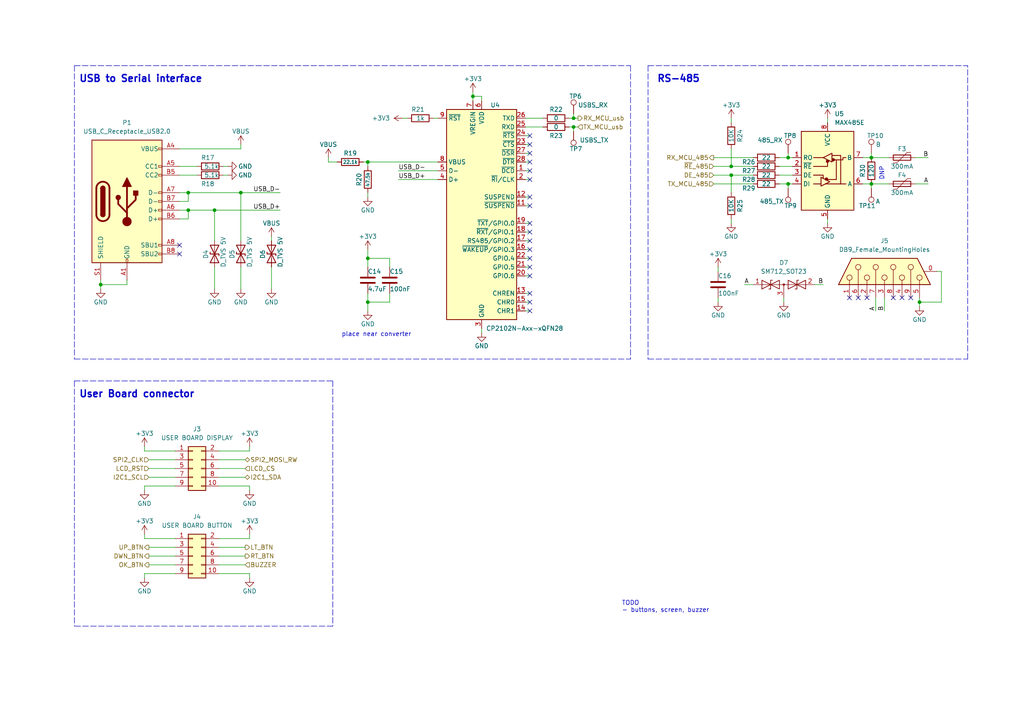
<source format=kicad_sch>
(kicad_sch (version 20211123) (generator eeschema)
  (paper "A4")
  (title_block (title "Reflow Controller"))
  (lib_symbols
    (symbol "Connector:DB9_Female_MountingHoles" (pin_names (offset 1.016) hide)
      (property "Reference" "J" (at 0 16.51 0))
      (property "Value" "DB9_Female_MountingHoles" (at 0 14.605 0))
      (symbol "DB9_Female_MountingHoles_0_1"
        (circle (center -1.778 -10.16) (radius 0.762))
        (circle (center -1.778 -5.08) (radius 0.762))
        (circle (center -1.778 0) (radius 0.762))
        (circle (center -1.778 5.08) (radius 0.762))
        (circle (center -1.778 10.16) (radius 0.762))
        (polyline (pts (xy -3.81 -10.16) (xy -2.54 -10.16)))
        (polyline (pts (xy -3.81 -7.62) (xy 0.508 -7.62)))
        (polyline (pts (xy -3.81 -5.08) (xy -2.54 -5.08)))
        (polyline (pts (xy -3.81 -2.54) (xy 0.508 -2.54)))
        (polyline (pts (xy -3.81 0) (xy -2.54 0)))
        (polyline (pts (xy -3.81 2.54) (xy 0.508 2.54)))
        (polyline (pts (xy -3.81 5.08) (xy -2.54 5.08)))
        (polyline (pts (xy -3.81 7.62) (xy 0.508 7.62)))
        (polyline (pts (xy -3.81 10.16) (xy -2.54 10.16)))
        (polyline (pts (xy -3.81 13.335) (xy -3.81 -13.335) (xy 3.81 -9.525) (xy 3.81 9.525) (xy -3.81 13.335)) (stroke (width 0.254)) (fill (type background)))
        (circle (center 1.27 -7.62) (radius 0.762))
        (circle (center 1.27 -2.54) (radius 0.762))
        (circle (center 1.27 2.54) (radius 0.762))
        (circle (center 1.27 7.62) (radius 0.762))
      )
      (symbol "DB9_Female_MountingHoles_1_1"
        (pin passive line (at 0 -15.24 90) (length 3.81) (name "PAD") (number "0"))
        (pin passive line (at -7.62 10.16 0) (length 3.81) (name "1") (number "1"))
        (pin passive line (at -7.62 5.08 0) (length 3.81) (name "2") (number "2"))
        (pin passive line (at -7.62 0 0) (length 3.81) (name "3") (number "3"))
        (pin passive line (at -7.62 -5.08 0) (length 3.81) (name "4") (number "4"))
        (pin passive line (at -7.62 -10.16 0) (length 3.81) (name "5") (number "5"))
        (pin passive line (at -7.62 7.62 0) (length 3.81) (name "6") (number "6"))
        (pin passive line (at -7.62 2.54 0) (length 3.81) (name "7") (number "7"))
        (pin passive line (at -7.62 -2.54 0) (length 3.81) (name "8") (number "8"))
        (pin passive line (at -7.62 -7.62 0) (length 3.81) (name "9") (number "9"))
      )
    )
    (symbol "Connector:TestPoint" (pin_numbers hide) (pin_names (offset 0.762) hide)
      (property "Reference" "TP" (at 0 6.858 0))
      (property "Value" "TestPoint" (at 0 5.08 0))
      (symbol "TestPoint_0_1"
        (circle (center 0 3.302) (radius 0.762))
      )
      (symbol "TestPoint_1_1"
        (pin passive line (at 0 0 90) (length 2.54) (name "1") (number "1"))
      )
    )
    (symbol "Connector:USB_C_Receptacle_USB2.0" (pin_names (offset 1.016))
      (property "Reference" "J" (at -10.16 19.05 0))
      (property "Value" "USB_C_Receptacle_USB2.0" (at 19.05 19.05 0))
      (symbol "USB_C_Receptacle_USB2.0_0_0"
        (rectangle (start -0.254 -17.78) (end 0.254 -16.764))
        (rectangle (start 10.16 -14.986) (end 9.144 -15.494))
        (rectangle (start 10.16 -12.446) (end 9.144 -12.954))
        (rectangle (start 10.16 -4.826) (end 9.144 -5.334))
        (rectangle (start 10.16 -2.286) (end 9.144 -2.794))
        (rectangle (start 10.16 0.254) (end 9.144 -0.254))
        (rectangle (start 10.16 2.794) (end 9.144 2.286))
        (rectangle (start 10.16 7.874) (end 9.144 7.366))
        (rectangle (start 10.16 10.414) (end 9.144 9.906))
        (rectangle (start 10.16 15.494) (end 9.144 14.986))
      )
      (symbol "USB_C_Receptacle_USB2.0_0_1"
        (rectangle (start -10.16 17.78) (end 10.16 -17.78) (stroke (width 0.254)) (fill (type background)))
        (arc (start -8.89 -3.81) (mid -6.985 -5.715) (end -5.08 -3.81) (stroke (width 0.508)))
        (arc (start -7.62 -3.81) (mid -6.985 -4.445) (end -6.35 -3.81) (stroke (width 0.254)))
        (arc (start -7.62 -3.81) (mid -6.985 -4.445) (end -6.35 -3.81) (stroke (width 0.254)) (fill (type outline)))
        (rectangle (start -7.62 -3.81) (end -6.35 3.81) (stroke (width 0.254)) (fill (type outline)))
        (arc (start -6.35 3.81) (mid -6.985 4.445) (end -7.62 3.81) (stroke (width 0.254)))
        (arc (start -6.35 3.81) (mid -6.985 4.445) (end -7.62 3.81) (stroke (width 0.254)) (fill (type outline)))
        (arc (start -5.08 3.81) (mid -6.985 5.715) (end -8.89 3.81) (stroke (width 0.508)))
        (circle (center -2.54 1.143) (radius 0.635) (stroke (width 0.254)) (fill (type outline)))
        (circle (center 0 -5.842) (radius 1.27) (fill (type outline)))
        (polyline (pts (xy -8.89 -3.81) (xy -8.89 3.81)) (stroke (width 0.508)))
        (polyline (pts (xy -5.08 3.81) (xy -5.08 -3.81)) (stroke (width 0.508)))
        (polyline (pts (xy 0 -5.842) (xy 0 4.318)) (stroke (width 0.508)))
        (polyline (pts (xy 0 -3.302) (xy -2.54 -0.762) (xy -2.54 0.508)) (stroke (width 0.508)))
        (polyline (pts (xy 0 -2.032) (xy 2.54 0.508) (xy 2.54 1.778)) (stroke (width 0.508)))
        (polyline (pts (xy -1.27 4.318) (xy 0 6.858) (xy 1.27 4.318) (xy -1.27 4.318)) (stroke (width 0.254)) (fill (type outline)))
        (rectangle (start 1.905 1.778) (end 3.175 3.048) (stroke (width 0.254)) (fill (type outline)))
      )
      (symbol "USB_C_Receptacle_USB2.0_1_1"
        (pin passive line (at 0 -22.86 90) (length 5.08) (name "GND") (number "A1"))
        (pin passive line (at 0 -22.86 90) (length 5.08) hide (name "GND") (number "A12"))
        (pin passive line (at 15.24 15.24 180) (length 5.08) (name "VBUS") (number "A4"))
        (pin bidirectional line (at 15.24 10.16 180) (length 5.08) (name "CC1") (number "A5"))
        (pin bidirectional line (at 15.24 -2.54 180) (length 5.08) (name "D+") (number "A6"))
        (pin bidirectional line (at 15.24 2.54 180) (length 5.08) (name "D-") (number "A7"))
        (pin bidirectional line (at 15.24 -12.7 180) (length 5.08) (name "SBU1") (number "A8"))
        (pin passive line (at 15.24 15.24 180) (length 5.08) hide (name "VBUS") (number "A9"))
        (pin passive line (at 0 -22.86 90) (length 5.08) hide (name "GND") (number "B1"))
        (pin passive line (at 0 -22.86 90) (length 5.08) hide (name "GND") (number "B12"))
        (pin passive line (at 15.24 15.24 180) (length 5.08) hide (name "VBUS") (number "B4"))
        (pin bidirectional line (at 15.24 7.62 180) (length 5.08) (name "CC2") (number "B5"))
        (pin bidirectional line (at 15.24 -5.08 180) (length 5.08) (name "D+") (number "B6"))
        (pin bidirectional line (at 15.24 0 180) (length 5.08) (name "D-") (number "B7"))
        (pin bidirectional line (at 15.24 -15.24 180) (length 5.08) (name "SBU2") (number "B8"))
        (pin passive line (at 15.24 15.24 180) (length 5.08) hide (name "VBUS") (number "B9"))
        (pin passive line (at -7.62 -22.86 90) (length 5.08) (name "SHIELD") (number "S1"))
      )
    )
    (symbol "Connector_Generic:Conn_02x05_Odd_Even" (pin_names (offset 1.016) hide)
      (property "Reference" "J" (at 1.27 7.62 0))
      (property "Value" "Conn_02x05_Odd_Even" (at 1.27 -7.62 0))
      (symbol "Conn_02x05_Odd_Even_1_1"
        (rectangle (start -1.27 -4.953) (end 0 -5.207) (stroke (width 0.1524)))
        (rectangle (start -1.27 -2.413) (end 0 -2.667) (stroke (width 0.1524)))
        (rectangle (start -1.27 0.127) (end 0 -0.127) (stroke (width 0.1524)))
        (rectangle (start -1.27 2.667) (end 0 2.413) (stroke (width 0.1524)))
        (rectangle (start -1.27 5.207) (end 0 4.953) (stroke (width 0.1524)))
        (rectangle (start -1.27 6.35) (end 3.81 -6.35) (stroke (width 0.254)) (fill (type background)))
        (rectangle (start 3.81 -4.953) (end 2.54 -5.207) (stroke (width 0.1524)))
        (rectangle (start 3.81 -2.413) (end 2.54 -2.667) (stroke (width 0.1524)))
        (rectangle (start 3.81 0.127) (end 2.54 -0.127) (stroke (width 0.1524)))
        (rectangle (start 3.81 2.667) (end 2.54 2.413) (stroke (width 0.1524)))
        (rectangle (start 3.81 5.207) (end 2.54 4.953) (stroke (width 0.1524)))
        (pin passive line (at -5.08 5.08 0) (length 3.81) (name "Pin_1") (number "1"))
        (pin passive line (at 7.62 -5.08 180) (length 3.81) (name "Pin_10") (number "10"))
        (pin passive line (at 7.62 5.08 180) (length 3.81) (name "Pin_2") (number "2"))
        (pin passive line (at -5.08 2.54 0) (length 3.81) (name "Pin_3") (number "3"))
        (pin passive line (at 7.62 2.54 180) (length 3.81) (name "Pin_4") (number "4"))
        (pin passive line (at -5.08 0 0) (length 3.81) (name "Pin_5") (number "5"))
        (pin passive line (at 7.62 0 180) (length 3.81) (name "Pin_6") (number "6"))
        (pin passive line (at -5.08 -2.54 0) (length 3.81) (name "Pin_7") (number "7"))
        (pin passive line (at 7.62 -2.54 180) (length 3.81) (name "Pin_8") (number "8"))
        (pin passive line (at -5.08 -5.08 0) (length 3.81) (name "Pin_9") (number "9"))
      )
    )
    (symbol "Device:C" (pin_numbers hide) (pin_names (offset 0.254))
      (property "Reference" "C" (at 0.635 2.54 0))
      (property "Value" "C" (at 0.635 -2.54 0))
      (symbol "C_0_1"
        (polyline (pts (xy -2.032 -0.762) (xy 2.032 -0.762)) (stroke (width 0.508)))
        (polyline (pts (xy -2.032 0.762) (xy 2.032 0.762)) (stroke (width 0.508)))
      )
      (symbol "C_1_1"
        (pin passive line (at 0 3.81 270) (length 2.794) (name "~") (number "1"))
        (pin passive line (at 0 -3.81 90) (length 2.794) (name "~") (number "2"))
      )
    )
    (symbol "Device:D_TVS" (pin_numbers hide) (pin_names (offset 1.016) hide)
      (property "Reference" "D" (at 0 2.54 0))
      (property "Value" "D_TVS" (at 0 -2.54 0))
      (symbol "D_TVS_0_1"
        (polyline (pts (xy 1.27 0) (xy -1.27 0)))
        (polyline (pts (xy 0.508 1.27) (xy 0 1.27) (xy 0 -1.27) (xy -0.508 -1.27)) (stroke (width 0.254)))
        (polyline (pts (xy -2.54 1.27) (xy -2.54 -1.27) (xy 2.54 1.27) (xy 2.54 -1.27) (xy -2.54 1.27)) (stroke (width 0.254)))
      )
      (symbol "D_TVS_1_1"
        (pin passive line (at -3.81 0 0) (length 2.54) (name "A1") (number "1"))
        (pin passive line (at 3.81 0 180) (length 2.54) (name "A2") (number "2"))
      )
    )
    (symbol "Device:Polyfuse" (pin_numbers hide) (pin_names (offset 0))
      (property "Reference" "F" (at -2.54 0 90))
      (property "Value" "Polyfuse" (at 2.54 0 90))
      (symbol "Polyfuse_0_1"
        (rectangle (start -0.762 2.54) (end 0.762 -2.54) (stroke (width 0.254)))
        (polyline (pts (xy 0 2.54) (xy 0 -2.54)))
        (polyline (pts (xy -1.524 2.54) (xy -1.524 1.524) (xy 1.524 -1.524) (xy 1.524 -2.54)))
      )
      (symbol "Polyfuse_1_1"
        (pin passive line (at 0 3.81 270) (length 1.27) (name "~") (number "1"))
        (pin passive line (at 0 -3.81 90) (length 1.27) (name "~") (number "2"))
      )
    )
    (symbol "Device:R" (pin_numbers hide) (pin_names (offset 0))
      (property "Reference" "R" (at 2.032 0 90))
      (property "Value" "R" (at 0 0 90))
      (symbol "R_0_1"
        (rectangle (start -1.016 -2.54) (end 1.016 2.54) (stroke (width 0.254)))
      )
      (symbol "R_1_1"
        (pin passive line (at 0 3.81 270) (length 1.27) (name "~") (number "1"))
        (pin passive line (at 0 -3.81 90) (length 1.27) (name "~") (number "2"))
      )
    )
    (symbol "Diode:SM712_SOT23" (pin_names (offset 1.016) hide)
      (property "Reference" "D" (at 0 4.445 0))
      (property "Value" "SM712_SOT23" (at 0 2.54 0))
      (symbol "SM712_SOT23_0_0"
        (polyline (pts (xy 0 -1.27) (xy 0 0)))
      )
      (symbol "SM712_SOT23_0_1"
        (polyline (pts (xy -6.35 0) (xy 6.35 0)))
        (polyline (pts (xy -3.302 1.27) (xy -3.81 1.27) (xy -3.81 -1.27) (xy -4.318 -1.27)) (stroke (width 0.2032)))
        (polyline (pts (xy 4.318 1.27) (xy 3.81 1.27) (xy 3.81 -1.27) (xy 3.302 -1.27)) (stroke (width 0.2032)))
        (polyline (pts (xy -6.35 -1.27) (xy -1.27 1.27) (xy -1.27 -1.27) (xy -6.35 1.27) (xy -6.35 -1.27)) (stroke (width 0.2032)))
        (polyline (pts (xy 1.27 -1.27) (xy 1.27 1.27) (xy 6.35 -1.27) (xy 6.35 1.27) (xy 1.27 -1.27)) (stroke (width 0.2032)))
        (circle (center 0 0) (radius 0.254) (fill (type outline)))
      )
      (symbol "SM712_SOT23_1_1"
        (pin passive line (at -8.89 0 0) (length 2.54) (name "A1") (number "1"))
        (pin passive line (at 8.89 0 180) (length 2.54) (name "A2") (number "2"))
        (pin input line (at 0 -3.81 90) (length 2.54) (name "common") (number "3"))
      )
    )
    (symbol "Interface_UART:MAX485E"
      (property "Reference" "U" (at -6.096 11.43 0))
      (property "Value" "MAX485E" (at 0.762 11.43 0))
      (symbol "MAX485E_0_1"
        (rectangle (start -7.62 10.16) (end 7.62 -12.7) (stroke (width 0.254)) (fill (type background)))
        (circle (center -0.3048 -3.683) (radius 0.3556) (stroke (width 0.254)) (fill (type outline)))
        (circle (center -0.0254 1.4986) (radius 0.3556) (stroke (width 0.254)) (fill (type outline)))
        (polyline (pts (xy -4.064 -5.08) (xy -1.905 -5.08)) (stroke (width 0.254)))
        (polyline (pts (xy -4.064 2.54) (xy -1.27 2.54)) (stroke (width 0.254)))
        (polyline (pts (xy -1.27 -3.2004) (xy -1.27 -3.4544)) (stroke (width 0.254)))
        (polyline (pts (xy -0.635 -5.08) (xy 5.334 -5.08)) (stroke (width 0.254)))
        (polyline (pts (xy -4.064 -2.54) (xy -1.27 -2.54) (xy -1.27 -3.175)) (stroke (width 0.254)))
        (polyline (pts (xy 0 1.27) (xy 0 0) (xy -4.064 0)) (stroke (width 0.254)))
        (polyline (pts (xy 1.27 3.175) (xy 3.81 3.175) (xy 3.81 -5.08)) (stroke (width 0.254)))
        (polyline (pts (xy 2.54 1.905) (xy 2.54 -3.81) (xy 0 -3.81)) (stroke (width 0.254)))
        (polyline (pts (xy -1.905 -3.175) (xy -1.905 -5.715) (xy 0.635 -4.445) (xy -1.905 -3.175)) (stroke (width 0.254)))
        (polyline (pts (xy -1.27 2.54) (xy 1.27 3.81) (xy 1.27 1.27) (xy -1.27 2.54)) (stroke (width 0.254)))
        (polyline (pts (xy 1.905 1.905) (xy 4.445 1.905) (xy 4.445 2.54) (xy 5.334 2.54)) (stroke (width 0.254)))
        (rectangle (start 1.27 3.175) (end 1.27 3.175))
        (circle (center 1.651 1.905) (radius 0.3556) (stroke (width 0.254)) (fill (type outline)))
      )
      (symbol "MAX485E_1_1"
        (pin output line (at -10.16 2.54 0) (length 2.54) (name "RO") (number "1"))
        (pin input line (at -10.16 0 0) (length 2.54) (name "~{RE}") (number "2"))
        (pin input line (at -10.16 -2.54 0) (length 2.54) (name "DE") (number "3"))
        (pin input line (at -10.16 -5.08 0) (length 2.54) (name "DI") (number "4"))
        (pin power_in line (at 0 -15.24 90) (length 2.54) (name "GND") (number "5"))
        (pin bidirectional line (at 10.16 -5.08 180) (length 2.54) (name "A") (number "6"))
        (pin bidirectional line (at 10.16 2.54 180) (length 2.54) (name "B") (number "7"))
        (pin power_in line (at 0 12.7 270) (length 2.54) (name "VCC") (number "8"))
      )
    )
    (symbol "Interface_USB:CP2102N-Axx-xQFN28"
      (property "Reference" "U" (at -8.89 31.75 0))
      (property "Value" "CP2102N-Axx-xQFN28" (at 12.7 31.75 0))
      (symbol "CP2102N-Axx-xQFN28_0_1"
        (rectangle (start -10.16 30.48) (end 10.16 -30.48) (stroke (width 0.254)) (fill (type background)))
      )
      (symbol "CP2102N-Axx-xQFN28_1_1"
        (pin input line (at 12.7 12.7 180) (length 2.54) (name "~{DCD}") (number "1"))
        (pin no_connect line (at -10.16 -27.94 0) (length 2.54) hide (name "NC") (number "10"))
        (pin output line (at 12.7 2.54 180) (length 2.54) (name "~{SUSPEND}") (number "11"))
        (pin output line (at 12.7 5.08 180) (length 2.54) (name "SUSPEND") (number "12"))
        (pin output line (at 12.7 -22.86 180) (length 2.54) (name "CHREN") (number "13"))
        (pin output line (at 12.7 -27.94 180) (length 2.54) (name "CHR1") (number "14"))
        (pin output line (at 12.7 -25.4 180) (length 2.54) (name "CHR0") (number "15"))
        (pin bidirectional line (at 12.7 -10.16 180) (length 2.54) (name "~{WAKEUP}/GPIO.3") (number "16"))
        (pin bidirectional line (at 12.7 -7.62 180) (length 2.54) (name "RS485/GPIO.2") (number "17"))
        (pin bidirectional line (at 12.7 -5.08 180) (length 2.54) (name "~{RXT}/GPIO.1") (number "18"))
        (pin bidirectional line (at 12.7 -2.54 180) (length 2.54) (name "~{TXT}/GPIO.0") (number "19"))
        (pin bidirectional line (at 12.7 10.16 180) (length 2.54) (name "~{RI}/CLK") (number "2"))
        (pin bidirectional line (at 12.7 -17.78 180) (length 2.54) (name "GPIO.6") (number "20"))
        (pin bidirectional line (at 12.7 -15.24 180) (length 2.54) (name "GPIO.5") (number "21"))
        (pin bidirectional line (at 12.7 -12.7 180) (length 2.54) (name "GPIO.4") (number "22"))
        (pin input line (at 12.7 20.32 180) (length 2.54) (name "~{CTS}") (number "23"))
        (pin output line (at 12.7 22.86 180) (length 2.54) (name "~{RTS}") (number "24"))
        (pin input line (at 12.7 25.4 180) (length 2.54) (name "RXD") (number "25"))
        (pin output line (at 12.7 27.94 180) (length 2.54) (name "TXD") (number "26"))
        (pin input line (at 12.7 17.78 180) (length 2.54) (name "~{DSR}") (number "27"))
        (pin output line (at 12.7 15.24 180) (length 2.54) (name "~{DTR}") (number "28"))
        (pin passive line (at 0 -33.02 90) (length 2.54) hide (name "GND") (number "29"))
        (pin power_in line (at 0 -33.02 90) (length 2.54) (name "GND") (number "3"))
        (pin bidirectional line (at -12.7 10.16 0) (length 2.54) (name "D+") (number "4"))
        (pin bidirectional line (at -12.7 12.7 0) (length 2.54) (name "D-") (number "5"))
        (pin power_in line (at 0 33.02 270) (length 2.54) (name "VDD") (number "6"))
        (pin power_in line (at -2.54 33.02 270) (length 2.54) (name "VREGIN") (number "7"))
        (pin input line (at -12.7 15.24 0) (length 2.54) (name "VBUS") (number "8"))
        (pin input line (at -12.7 27.94 0) (length 2.54) (name "~{RST}") (number "9"))
      )
    )
    (symbol "power:+3V3" (power) (pin_names (offset 0))
      (property "Value" "+3V3" (at 0 3.556 0))
      (symbol "+3V3_0_1"
        (polyline (pts (xy -0.762 1.27) (xy 0 2.54)))
        (polyline (pts (xy 0 0) (xy 0 2.54)))
        (polyline (pts (xy 0 2.54) (xy 0.762 1.27)))
      )
      (symbol "+3V3_1_1"
        (pin power_in line (at 0 0 90) (length 0) hide (name "+3V3") (number "1"))
      )
    )
    (symbol "power:GND" (power) (pin_names (offset 0))
      (property "Value" "GND" (at 0 -3.81 0))
      (symbol "GND_0_1"
        (polyline (pts (xy 0 0) (xy 0 -1.27) (xy 1.27 -1.27) (xy 0 -2.54) (xy -1.27 -1.27) (xy 0 -1.27)))
      )
      (symbol "GND_1_1"
        (pin power_in line (at 0 0 270) (length 0) hide (name "GND") (number "1"))
      )
    )
    (symbol "power:VBUS" (power) (pin_names (offset 0))
      (property "Value" "VBUS" (at 0 3.81 0))
      (symbol "VBUS_0_1"
        (polyline (pts (xy -0.762 1.27) (xy 0 2.54)))
        (polyline (pts (xy 0 0) (xy 0 2.54)))
        (polyline (pts (xy 0 2.54) (xy 0.762 1.27)))
      )
      (symbol "VBUS_1_1"
        (pin power_in line (at 0 0 90) (length 0) hide (name "VBUS") (number "1"))
      )
    )
  )
  (junction (at 266.7 87.63))
  (junction (at 106.68 46.99))
  (junction (at 252.73 53.34))
  (junction (at 137.16 27.94))
  (junction (at 228.6 53.34))
  (junction (at 62.23 60.96))
  (junction (at 54.61 60.96))
  (junction (at 69.85 55.88))
  (junction (at 106.68 74.93))
  (junction (at 54.61 55.88))
  (junction (at 252.73 45.72))
  (junction (at 166.37 36.83))
  (junction (at 228.6 45.72))
  (junction (at 212.09 48.26))
  (junction (at 106.68 87.63))
  (junction (at 212.09 50.8))
  (junction (at 29.21 82.55))
  (junction (at 166.37 34.29))
  (no_connect (at 264.16 86.36))
  (no_connect (at 153.67 39.37))
  (no_connect (at 153.67 44.45))
  (no_connect (at 153.67 64.77))
  (no_connect (at 153.67 41.91))
  (no_connect (at 153.67 67.31))
  (no_connect (at 153.67 57.15))
  (no_connect (at 153.67 52.07))
  (no_connect (at 52.07 71.12))
  (no_connect (at 153.67 77.47))
  (no_connect (at 52.07 73.66))
  (no_connect (at 153.67 85.09))
  (no_connect (at 153.67 80.01))
  (no_connect (at 259.08 86.36))
  (no_connect (at 246.38 86.36))
  (no_connect (at 153.67 59.69))
  (no_connect (at 251.46 86.36))
  (no_connect (at 248.92 86.36))
  (no_connect (at 153.67 87.63))
  (no_connect (at 153.67 74.93))
  (no_connect (at 153.67 46.99))
  (no_connect (at 153.67 49.53))
  (no_connect (at 153.67 69.85))
  (no_connect (at 153.67 72.39))
  (no_connect (at 153.67 90.17))
  (no_connect (at 261.62 86.36))
  (wire (pts (xy 152.4 49.53) (xy 153.67 49.53)))
  (wire (pts (xy 152.4 36.83) (xy 157.48 36.83)))
  (wire (pts (xy 64.77 48.26) (xy 66.04 48.26)))
  (wire (pts (xy 69.85 41.91) (xy 69.85 43.18)))
  (wire (pts (xy 115.57 52.07) (xy 127 52.07)))
  (wire (pts (xy 52.07 50.8) (xy 57.15 50.8)))
  (wire (pts (xy 54.61 55.88) (xy 69.85 55.88)))
  (wire (pts (xy 152.4 72.39) (xy 153.67 72.39)))
  (wire (pts (xy 166.37 34.29) (xy 167.64 34.29)))
  (wire (pts (xy 226.06 45.72) (xy 228.6 45.72)))
  (wire (pts (xy 212.09 48.26) (xy 218.44 48.26)))
  (wire (pts (xy 207.01 53.34) (xy 218.44 53.34)))
  (wire (pts (xy 273.05 78.74) (xy 271.78 78.74)))
  (wire (pts (xy 106.68 46.99) (xy 127 46.99)))
  (wire (pts (xy 95.25 45.72) (xy 95.25 46.99)))
  (wire (pts (xy 29.21 82.55) (xy 29.21 83.82)))
  (wire (pts (xy 78.74 68.58) (xy 78.74 69.85)))
  (wire (pts (xy 43.18 158.75) (xy 50.8 158.75)))
  (wire (pts (xy 152.4 80.01) (xy 153.67 80.01)))
  (wire (pts (xy 240.03 34.29) (xy 240.03 35.56)))
  (wire (pts (xy 228.6 45.72) (xy 229.87 45.72)))
  (wire (pts (xy 72.39 166.37) (xy 72.39 167.64)))
  (wire (pts (xy 227.33 86.36) (xy 227.33 87.63)))
  (wire (pts (xy 152.4 57.15) (xy 153.67 57.15)))
  (wire (pts (xy 29.21 82.55) (xy 36.83 82.55)))
  (wire (pts (xy 137.16 27.94) (xy 137.16 29.21)))
  (wire (pts (xy 63.5 133.35) (xy 71.12 133.35)))
  (wire (pts (xy 273.05 87.63) (xy 273.05 78.74)))
  (wire (pts (xy 250.19 53.34) (xy 252.73 53.34)))
  (polyline (pts (xy 187.96 19.05) (xy 187.96 104.14)))
  (wire (pts (xy 106.68 46.99) (xy 106.68 48.26)))
  (wire (pts (xy 252.73 44.45) (xy 252.73 45.72)))
  (wire (pts (xy 207.01 45.72) (xy 218.44 45.72)))
  (wire (pts (xy 52.07 63.5) (xy 54.61 63.5)))
  (wire (pts (xy 152.4 77.47) (xy 153.67 77.47)))
  (wire (pts (xy 113.03 74.93) (xy 113.03 77.47)))
  (wire (pts (xy 43.18 135.89) (xy 50.8 135.89)))
  (wire (pts (xy 152.4 39.37) (xy 153.67 39.37)))
  (wire (pts (xy 52.07 48.26) (xy 57.15 48.26)))
  (wire (pts (xy 152.4 69.85) (xy 153.67 69.85)))
  (wire (pts (xy 152.4 46.99) (xy 153.67 46.99)))
  (wire (pts (xy 166.37 36.83) (xy 167.64 36.83)))
  (wire (pts (xy 252.73 53.34) (xy 257.81 53.34)))
  (wire (pts (xy 250.19 45.72) (xy 252.73 45.72)))
  (wire (pts (xy 50.8 140.97) (xy 41.91 140.97)))
  (wire (pts (xy 54.61 60.96) (xy 62.23 60.96)))
  (wire (pts (xy 52.07 60.96) (xy 54.61 60.96)))
  (wire (pts (xy 166.37 36.83) (xy 166.37 38.1)))
  (wire (pts (xy 226.06 50.8) (xy 229.87 50.8)))
  (polyline (pts (xy 21.59 19.05) (xy 182.88 19.05)))
  (polyline (pts (xy 280.67 104.14) (xy 280.67 19.05)))
  (wire (pts (xy 63.5 138.43) (xy 71.12 138.43)))
  (wire (pts (xy 115.57 49.53) (xy 127 49.53)))
  (wire (pts (xy 228.6 44.45) (xy 228.6 45.72)))
  (wire (pts (xy 62.23 60.96) (xy 62.23 69.85)))
  (polyline (pts (xy 21.59 19.05) (xy 21.59 104.14)))
  (wire (pts (xy 113.03 87.63) (xy 106.68 87.63)))
  (wire (pts (xy 41.91 129.54) (xy 41.91 130.81)))
  (wire (pts (xy 208.28 86.36) (xy 208.28 87.63)))
  (wire (pts (xy 63.5 135.89) (xy 71.12 135.89)))
  (wire (pts (xy 152.4 59.69) (xy 153.67 59.69)))
  (polyline (pts (xy 187.96 104.14) (xy 280.67 104.14)))
  (wire (pts (xy 43.18 133.35) (xy 50.8 133.35)))
  (wire (pts (xy 72.39 154.94) (xy 72.39 156.21)))
  (wire (pts (xy 54.61 55.88) (xy 54.61 58.42)))
  (wire (pts (xy 62.23 77.47) (xy 62.23 83.82)))
  (wire (pts (xy 207.01 48.26) (xy 212.09 48.26)))
  (polyline (pts (xy 182.88 19.05) (xy 182.88 104.14)))
  (wire (pts (xy 212.09 43.18) (xy 212.09 48.26)))
  (polyline (pts (xy 21.59 110.49) (xy 21.59 181.61)))
  (wire (pts (xy 62.23 60.96) (xy 81.28 60.96)))
  (wire (pts (xy 29.21 81.28) (xy 29.21 82.55)))
  (wire (pts (xy 43.18 163.83) (xy 50.8 163.83)))
  (wire (pts (xy 63.5 166.37) (xy 72.39 166.37)))
  (wire (pts (xy 106.68 85.09) (xy 106.68 87.63)))
  (wire (pts (xy 63.5 158.75) (xy 71.12 158.75)))
  (wire (pts (xy 63.5 163.83) (xy 71.12 163.83)))
  (wire (pts (xy 105.41 46.99) (xy 106.68 46.99)))
  (polyline (pts (xy 187.96 19.05) (xy 280.67 19.05)))
  (wire (pts (xy 125.73 34.29) (xy 127 34.29)))
  (wire (pts (xy 207.01 50.8) (xy 212.09 50.8)))
  (wire (pts (xy 72.39 156.21) (xy 63.5 156.21)))
  (wire (pts (xy 78.74 77.47) (xy 78.74 83.82)))
  (wire (pts (xy 265.43 45.72) (xy 269.24 45.72)))
  (polyline (pts (xy 21.59 110.49) (xy 96.52 110.49)))
  (wire (pts (xy 252.73 53.34) (xy 252.73 54.61)))
  (wire (pts (xy 52.07 55.88) (xy 54.61 55.88)))
  (wire (pts (xy 72.39 130.81) (xy 63.5 130.81)))
  (wire (pts (xy 43.18 138.43) (xy 50.8 138.43)))
  (wire (pts (xy 228.6 53.34) (xy 228.6 54.61)))
  (wire (pts (xy 106.68 87.63) (xy 106.68 90.17)))
  (wire (pts (xy 152.4 85.09) (xy 153.67 85.09)))
  (polyline (pts (xy 21.59 104.14) (xy 182.88 104.14)))
  (wire (pts (xy 95.25 46.99) (xy 97.79 46.99)))
  (wire (pts (xy 228.6 53.34) (xy 229.87 53.34)))
  (wire (pts (xy 72.39 129.54) (xy 72.39 130.81)))
  (wire (pts (xy 52.07 43.18) (xy 69.85 43.18)))
  (wire (pts (xy 266.7 86.36) (xy 266.7 87.63)))
  (wire (pts (xy 41.91 166.37) (xy 41.91 167.64)))
  (wire (pts (xy 69.85 77.47) (xy 69.85 83.82)))
  (polyline (pts (xy 96.52 110.49) (xy 96.52 181.61)))
  (wire (pts (xy 63.5 161.29) (xy 71.12 161.29)))
  (wire (pts (xy 152.4 34.29) (xy 157.48 34.29)))
  (wire (pts (xy 113.03 85.09) (xy 113.03 87.63)))
  (wire (pts (xy 212.09 50.8) (xy 218.44 50.8)))
  (wire (pts (xy 41.91 130.81) (xy 50.8 130.81)))
  (wire (pts (xy 139.7 95.25) (xy 139.7 96.52)))
  (wire (pts (xy 226.06 48.26) (xy 229.87 48.26)))
  (wire (pts (xy 41.91 140.97) (xy 41.91 142.24)))
  (wire (pts (xy 69.85 55.88) (xy 81.28 55.88)))
  (wire (pts (xy 54.61 63.5) (xy 54.61 60.96)))
  (wire (pts (xy 252.73 45.72) (xy 257.81 45.72)))
  (wire (pts (xy 152.4 74.93) (xy 153.67 74.93)))
  (wire (pts (xy 152.4 41.91) (xy 153.67 41.91)))
  (wire (pts (xy 212.09 63.5) (xy 212.09 64.77)))
  (wire (pts (xy 72.39 140.97) (xy 72.39 142.24)))
  (wire (pts (xy 52.07 58.42) (xy 54.61 58.42)))
  (wire (pts (xy 254 90.17) (xy 254 86.36)))
  (wire (pts (xy 212.09 34.29) (xy 212.09 35.56)))
  (wire (pts (xy 41.91 156.21) (xy 50.8 156.21)))
  (wire (pts (xy 63.5 140.97) (xy 72.39 140.97)))
  (wire (pts (xy 218.44 82.55) (xy 215.9 82.55)))
  (wire (pts (xy 69.85 55.88) (xy 69.85 69.85)))
  (wire (pts (xy 165.1 36.83) (xy 166.37 36.83)))
  (wire (pts (xy 152.4 44.45) (xy 153.67 44.45)))
  (wire (pts (xy 137.16 27.94) (xy 139.7 27.94)))
  (wire (pts (xy 36.83 81.28) (xy 36.83 82.55)))
  (wire (pts (xy 256.54 90.17) (xy 256.54 86.36)))
  (wire (pts (xy 166.37 33.02) (xy 166.37 34.29)))
  (wire (pts (xy 152.4 90.17) (xy 153.67 90.17)))
  (wire (pts (xy 106.68 72.39) (xy 106.68 74.93)))
  (wire (pts (xy 152.4 64.77) (xy 153.67 64.77)))
  (wire (pts (xy 64.77 50.8) (xy 66.04 50.8)))
  (wire (pts (xy 152.4 87.63) (xy 153.67 87.63)))
  (polyline (pts (xy 96.52 181.61) (xy 21.59 181.61)))
  (wire (pts (xy 139.7 27.94) (xy 139.7 29.21)))
  (wire (pts (xy 106.68 74.93) (xy 113.03 74.93)))
  (wire (pts (xy 50.8 166.37) (xy 41.91 166.37)))
  (wire (pts (xy 137.16 26.67) (xy 137.16 27.94)))
  (wire (pts (xy 266.7 87.63) (xy 266.7 88.9)))
  (wire (pts (xy 43.18 161.29) (xy 50.8 161.29)))
  (wire (pts (xy 236.22 82.55) (xy 238.76 82.55)))
  (wire (pts (xy 212.09 50.8) (xy 212.09 55.88)))
  (wire (pts (xy 266.7 87.63) (xy 273.05 87.63)))
  (wire (pts (xy 106.68 74.93) (xy 106.68 77.47)))
  (wire (pts (xy 106.68 55.88) (xy 106.68 57.15)))
  (wire (pts (xy 116.84 34.29) (xy 118.11 34.29)))
  (wire (pts (xy 152.4 67.31) (xy 153.67 67.31)))
  (wire (pts (xy 226.06 53.34) (xy 228.6 53.34)))
  (wire (pts (xy 152.4 52.07) (xy 153.67 52.07)))
  (wire (pts (xy 240.03 63.5) (xy 240.03 64.77)))
  (wire (pts (xy 265.43 53.34) (xy 269.24 53.34)))
  (wire (pts (xy 208.28 77.47) (xy 208.28 78.74)))
  (wire (pts (xy 41.91 154.94) (xy 41.91 156.21)))
  (wire (pts (xy 165.1 34.29) (xy 166.37 34.29)))
  (text "DNP" (at 256.54 48.26 270) (effects (font (size 1.27 1.27)) (justify right bottom)))
  (text "TODO\n- buttons, screen, buzzer " (at 180.34 177.8 0) (effects (font (size 1.27 1.27)) (justify left bottom)))
  (text "User Board connector" (at 22.86 115.57 0) (effects (font (size 2 2) (thickness 0.4) bold) (justify left bottom)))
  (text "RS-485" (at 190.5 24.13 0) (effects (font (size 2 2) (thickness 0.4) bold) (justify left bottom)))
  (text "place near converter" (at 99.06 97.79 0) (effects (font (size 1.27 1.27)) (justify left bottom)))
  (text "USB to Serial interface" (at 22.86 24.13 0) (effects (font (size 2 2) (thickness 0.4) bold) (justify left bottom)))
  (label "A" (at 269.24 53.34 180))
  (label "B" (at 256.54 90.17 90))
  (label "B" (at 238.76 82.55 180))
  (label "USB_D+" (at 81.28 60.96 180))
  (label "USB_D-" (at 115.57 49.53 0))
  (label "USB_D+" (at 115.57 52.07 0))
  (label "A" (at 254 90.17 90))
  (label "USB_D-" (at 81.28 55.88 180))
  (label "A" (at 215.9 82.55 0))
  (label "B" (at 269.24 45.72 180))
  (hierarchical_label "SPI2_MOSI_RW" (shape bidirectional) (at 71.12 133.35 0))
  (hierarchical_label "UP_BTN" (shape output) (at 43.18 158.75 180))
  (hierarchical_label "I2C1_SDA" (shape bidirectional) (at 71.12 138.43 0))
  (hierarchical_label "TX_MCU_485" (shape input) (at 207.01 53.34 180))
  (hierarchical_label "RX_MCU_usb" (shape output) (at 167.64 34.29 0))
  (hierarchical_label "~{RE}_485" (shape input) (at 207.01 48.26 180))
  (hierarchical_label "OK_BTN" (shape output) (at 43.18 163.83 180))
  (hierarchical_label "RX_MCU_485" (shape output) (at 207.01 45.72 180))
  (hierarchical_label "LCD_CS" (shape input) (at 71.12 135.89 0))
  (hierarchical_label "SPI2_CLK" (shape input) (at 43.18 133.35 180))
  (hierarchical_label "RT_BTN" (shape output) (at 71.12 161.29 0))
  (hierarchical_label "DE_485" (shape input) (at 207.01 50.8 180))
  (hierarchical_label "I2C1_SCL" (shape input) (at 43.18 138.43 180))
  (hierarchical_label "TX_MCU_usb" (shape input) (at 167.64 36.83 0))
  (hierarchical_label "LT_BTN" (shape output) (at 71.12 158.75 0))
  (hierarchical_label "DWN_BTN" (shape output) (at 43.18 161.29 180))
  (hierarchical_label "BUZZER" (shape input) (at 71.12 163.83 0))
  (hierarchical_label "LCD_RST" (shape input) (at 43.18 135.89 180))
  (symbol (lib_id "power:+3V3") (at 72.39 154.94 0) (mirror y) (unit 1)
    (property "Reference" "#PWR051" (effects hide))
    (property "Value" "+3V3" (at 72.39 151.13 0))
  )
  (symbol (lib_id "Device:R") (at 106.68 52.07 180) (unit 1)
    (property "Reference" "R20" (at 104.14 52.07 90))
    (property "Value" "47.5k" (at 106.68 52.07 90) (effects (font (size 1 1))))
    (property "Footprint" "Resistor_SMD:R_0603_1608Metric" (effects hide))
  )
  (symbol (lib_id "Device:R") (at 161.29 34.29 90) (unit 1)
    (property "Reference" "R22" (at 161.29 31.75 90))
    (property "Value" "0" (at 161.29 34.29 90))
    (property "Footprint" "Resistor_SMD:R_0603_1608Metric" (effects hide))
  )
  (symbol (lib_id "Connector_Generic:Conn_02x05_Odd_Even") (at 55.88 135.89 0) (unit 1)
    (property "Reference" "J3" (at 57.15 124.46 0))
    (property "Value" "USER BOARD DISPLAY" (at 57.15 127 0))
    (property "Footprint" "footprint_lib:SHDR10W66P254_2X5_2019X914X986P" (effects hide))
  )
  (symbol (lib_id "power:GND") (at 29.21 83.82 0) (unit 1)
    (property "Reference" "#PWR039" (effects hide))
    (property "Value" "GND" (at 29.21 87.63 0))
  )
  (symbol (lib_id "power:+3V3") (at 106.68 72.39 0) (unit 1)
    (property "Reference" "#PWR057" (effects hide))
    (property "Value" "+3V3" (at 106.68 68.58 0))
  )
  (symbol (lib_id "power:GND") (at 266.7 88.9 0) (unit 1)
    (property "Reference" "#PWR069" (effects hide))
    (property "Value" "GND" (at 266.7 92.71 0))
  )
  (symbol (lib_id "power:VBUS") (at 78.74 68.58 0) (unit 1)
    (property "Reference" "#PWR053" (effects hide))
    (property "Value" "VBUS" (at 78.74 64.77 0))
  )
  (symbol (lib_id "Connector:TestPoint") (at 228.6 54.61 180) (unit 1) (in_bom no)
    (property "Reference" "TP9" (at 231.14 59.69 0) (effects (justify left)))
    (property "Value" "485_TX" (at 227.33 58.42 0) (effects (justify left)))
    (property "Footprint" "TestPoint:TestPoint_Pad_D1.5mm" (effects hide))
  )
  (symbol (lib_id "power:+3V3") (at 72.39 129.54 0) (mirror y) (unit 1)
    (property "Reference" "#PWR049" (effects hide))
    (property "Value" "+3V3" (at 72.39 125.73 0))
  )
  (symbol (lib_id "Device:D_TVS") (at 78.74 73.66 90) (unit 1)
    (property "Reference" "D6" (at 76.2 72.39 0) (effects (justify right)))
    (property "Value" "D_TVS 5V" (at 81.28 68.58 0) (effects (justify right)))
    (property "Footprint" "Diode_SMD:D_SOD-523" (effects hide))
  )
  (symbol (lib_id "Device:R") (at 212.09 39.37 180) (unit 1)
    (property "Reference" "R24" (at 214.63 39.37 90))
    (property "Value" "10K" (at 212.09 39.37 90))
    (property "Footprint" "Resistor_SMD:R_0603_1608Metric" (effects hide))
  )
  (symbol (lib_id "Connector:DB9_Female_MountingHoles") (at 256.54 78.74 90) (unit 1)
    (property "Reference" "J5" (at 256.54 69.85 90))
    (property "Value" "DB9_Female_MountingHoles" (at 256.54 72.39 90))
    (property "Footprint" "Connector_Dsub:DSUB-9_Female_Horizontal_P2.77x2.84mm_EdgePinOffset7.70mm_Housed_MountingHolesOffset9.12mm" (effects hide))
    (property "Datasheet" " ~" (effects hide))
  )
  (symbol (lib_id "Connector:TestPoint") (at 252.73 44.45 0) (unit 1) (in_bom no)
    (property "Reference" "TP10" (at 251.46 39.37 0) (effects (justify left)))
    (property "Value" "B" (at 254 41.91 0) (effects (justify left)))
    (property "Footprint" "TestPoint:TestPoint_Pad_D1.5mm" (effects hide))
  )
  (symbol (lib_id "power:+3V3") (at 116.84 34.29 90) (unit 1)
    (property "Reference" "#PWR059" (effects hide))
    (property "Value" "+3V3" (at 110.49 34.29 90))
  )
  (symbol (lib_id "power:GND") (at 69.85 83.82 0) (unit 1)
    (property "Reference" "#PWR048" (effects hide))
    (property "Value" "GND" (at 69.85 87.63 0))
  )
  (symbol (lib_id "power:GND") (at 41.91 142.24 0) (unit 1)
    (property "Reference" "#PWR041" (effects hide))
    (property "Value" "GND" (at 41.91 146.05 0))
  )
  (symbol (lib_id "Device:C") (at 208.28 82.55 0) (unit 1)
    (property "Reference" "C16" (at 208.28 80.01 0) (effects (justify left)))
    (property "Value" "100nF" (at 208.28 85.09 0) (effects (justify left)))
    (property "Footprint" "Capacitor_SMD:C_0603_1608Metric" (effects hide))
  )
  (symbol (lib_id "power:GND") (at 227.33 87.63 0) (unit 1)
    (property "Reference" "#PWR066" (effects hide))
    (property "Value" "GND" (at 227.33 91.44 0))
  )
  (symbol (lib_id "Connector:TestPoint") (at 166.37 33.02 0) (unit 1) (in_bom no)
    (property "Reference" "TP6" (at 165.1 27.94 0) (effects (justify left)))
    (property "Value" "USBS_RX" (at 167.64 30.48 0) (effects (justify left)))
    (property "Footprint" "TestPoint:TestPoint_Pad_D1.5mm" (effects hide))
  )
  (symbol (lib_id "Connector_Generic:Conn_02x05_Odd_Even") (at 55.88 161.29 0) (unit 1)
    (property "Reference" "J4" (at 57.15 149.86 0))
    (property "Value" "USER BOARD BUTTON" (at 57.15 152.4 0))
    (property "Footprint" "footprint_lib:SHDR10W66P254_2X5_2019X914X986P" (effects hide))
  )
  (symbol (lib_id "Device:R") (at 252.73 49.53 180) (unit 1)
    (property "Reference" "R30" (at 250.19 49.53 90))
    (property "Value" "120" (at 252.73 49.53 90))
    (property "Footprint" "Resistor_SMD:R_0805_2012Metric_Pad1.20x1.40mm_HandSolder" (effects hide))
  )
  (symbol (lib_id "Connector:USB_C_Receptacle_USB2.0") (at 36.83 58.42 0) (unit 1)
    (property "Reference" "P1" (at 36.83 35.56 0))
    (property "Value" "USB_C_Receptacle_USB2.0" (at 36.83 38.1 0))
    (property "Footprint" "Connector_USB:USB_C_Receptacle_Palconn_UTC16-G" (effects hide))
    (property "Datasheet" "https://www.usb.org/sites/default/files/documents/usb_type-c.zip" (effects hide))
  )
  (symbol (lib_id "power:VBUS") (at 69.85 41.91 0) (unit 1)
    (property "Reference" "#PWR047" (effects hide))
    (property "Value" "VBUS" (at 69.85 38.1 0))
  )
  (symbol (lib_id "power:+3V3") (at 41.91 154.94 0) (unit 1)
    (property "Reference" "#PWR042" (effects hide))
    (property "Value" "+3V3" (at 41.91 151.13 0))
  )
  (symbol (lib_id "Device:C") (at 113.03 81.28 0) (unit 1)
    (property "Reference" "C15" (at 113.03 78.74 0) (effects (justify left)))
    (property "Value" "100nF" (at 113.03 83.82 0) (effects (justify left)))
    (property "Footprint" "Capacitor_SMD:C_0603_1608Metric" (effects hide))
  )
  (symbol (lib_id "Connector:TestPoint") (at 252.73 54.61 180) (unit 1) (in_bom no)
    (property "Reference" "TP11" (at 254 59.69 0) (effects (justify left)))
    (property "Value" "A" (at 255.27 58.42 0) (effects (justify left)))
    (property "Footprint" "TestPoint:TestPoint_Pad_D1.5mm" (effects hide))
  )
  (symbol (lib_id "Diode:SM712_SOT23") (at 227.33 82.55 0) (unit 1)
    (property "Reference" "D7" (at 227.33 76.2 0))
    (property "Value" "SM712_SOT23" (at 227.33 78.74 0))
    (property "Footprint" "Package_TO_SOT_SMD:SOT-23" (effects hide))
    (property "Datasheet" "https://www.littelfuse.com/~/media/electronics/datasheets/tvs_diode_arrays/littelfuse_tvs_diode_array_sm712_datasheet.pdf.pdf" (effects hide))
  )
  (symbol (lib_id "Connector:TestPoint") (at 166.37 38.1 180) (unit 1) (in_bom no)
    (property "Reference" "TP7" (at 168.91 43.18 0) (effects (justify left)))
    (property "Value" "USBS_TX" (at 176.53 40.64 0) (effects (justify left)))
    (property "Footprint" "TestPoint:TestPoint_Pad_D1.5mm" (effects hide))
  )
  (symbol (lib_id "Device:C") (at 106.68 81.28 0) (unit 1)
    (property "Reference" "C14" (at 106.68 78.74 0) (effects (justify left)))
    (property "Value" "4.7uF" (at 106.68 83.82 0) (effects (justify left)))
    (property "Footprint" "Capacitor_SMD:C_0805_2012Metric" (effects hide))
  )
  (symbol (lib_id "power:+3V3") (at 137.16 26.67 0) (unit 1)
    (property "Reference" "#PWR060" (effects hide))
    (property "Value" "+3V3" (at 137.16 22.86 0))
  )
  (symbol (lib_id "power:GND") (at 72.39 167.64 0) (mirror y) (unit 1)
    (property "Reference" "#PWR052" (effects hide))
    (property "Value" "GND" (at 72.39 171.45 0))
  )
  (symbol (lib_id "Device:R") (at 121.92 34.29 270) (unit 1)
    (property "Reference" "R21" (at 123.19 31.75 90) (effects (justify right)))
    (property "Value" "1k" (at 123.19 34.29 90) (effects (justify right)))
    (property "Footprint" "Resistor_SMD:R_0603_1608Metric" (effects hide))
  )
  (symbol (lib_id "Interface_UART:MAX485E") (at 240.03 48.26 0) (unit 1)
    (property "Reference" "U5" (at 242.0494 33.02 0) (effects (justify left)))
    (property "Value" "MAX485E" (at 242.0494 35.56 0) (effects (justify left)))
    (property "Footprint" "footprint_lib:SOIC127P600X175-8N" (effects hide))
    (property "Datasheet" "https://datasheets.maximintegrated.com/en/ds/MAX1487E-MAX491E.pdf" (effects hide))
  )
  (symbol (lib_id "Device:R") (at 222.25 48.26 90) (unit 1)
    (property "Reference" "R27" (at 217.17 49.53 90))
    (property "Value" "22" (at 222.25 48.26 90))
    (property "Footprint" "Resistor_SMD:R_0603_1608Metric" (effects hide))
  )
  (symbol (lib_id "power:VBUS") (at 95.25 45.72 0) (unit 1)
    (property "Reference" "#PWR055" (effects hide))
    (property "Value" "VBUS" (at 95.25 41.91 0))
  )
  (symbol (lib_id "Device:R") (at 222.25 50.8 90) (unit 1)
    (property "Reference" "R28" (at 217.17 52.07 90))
    (property "Value" "22" (at 222.25 50.8 90))
    (property "Footprint" "Resistor_SMD:R_0603_1608Metric" (effects hide))
  )
  (symbol (lib_id "Connector:TestPoint") (at 228.6 44.45 0) (unit 1) (in_bom no)
    (property "Reference" "TP8" (at 227.33 39.37 0) (effects (justify left)))
    (property "Value" "485_RX" (at 219.71 40.64 0) (effects (justify left)))
    (property "Footprint" "TestPoint:TestPoint_Pad_D1.5mm" (effects hide))
  )
  (symbol (lib_id "Device:D_TVS") (at 62.23 73.66 90) (unit 1)
    (property "Reference" "D4" (at 59.69 72.39 0) (effects (justify right)))
    (property "Value" "D_TVS 5V" (at 64.77 68.58 0) (effects (justify right)))
    (property "Footprint" "Diode_SMD:D_SOD-523" (effects hide))
  )
  (symbol (lib_id "Device:R") (at 60.96 48.26 270) (unit 1)
    (property "Reference" "R17" (at 62.23 45.72 90) (effects (justify right)))
    (property "Value" "5.1k" (at 63.5 48.26 90) (effects (justify right)))
    (property "Footprint" "Resistor_SMD:R_0603_1608Metric" (effects hide))
  )
  (symbol (lib_id "power:GND") (at 106.68 90.17 0) (unit 1)
    (property "Reference" "#PWR058" (effects hide))
    (property "Value" "GND" (at 106.68 93.98 0))
  )
  (symbol (lib_id "power:+3V3") (at 212.09 34.29 0) (unit 1)
    (property "Reference" "#PWR064" (effects hide))
    (property "Value" "+3V3" (at 212.09 30.48 0))
  )
  (symbol (lib_id "power:GND") (at 62.23 83.82 0) (unit 1)
    (property "Reference" "#PWR044" (effects hide))
    (property "Value" "GND" (at 62.23 87.63 0))
  )
  (symbol (lib_id "Device:R") (at 101.6 46.99 90) (unit 1)
    (property "Reference" "R19" (at 101.6 44.45 90))
    (property "Value" "22.1k" (at 101.6 46.99 90) (effects (font (size 1 1))))
    (property "Footprint" "Resistor_SMD:R_0603_1608Metric" (effects hide))
  )
  (symbol (lib_id "power:+3V3") (at 240.03 34.29 0) (unit 1)
    (property "Reference" "#PWR067" (effects hide))
    (property "Value" "+3V3" (at 240.03 30.48 0))
  )
  (symbol (lib_id "power:GND") (at 212.09 64.77 0) (unit 1)
    (property "Reference" "#PWR065" (effects hide))
    (property "Value" "GND" (at 212.09 68.58 0))
  )
  (symbol (lib_id "Device:Polyfuse") (at 261.62 45.72 90) (unit 1)
    (property "Reference" "F3" (at 261.62 43.18 90))
    (property "Value" "300mA" (at 261.62 48.26 90))
    (property "Footprint" "Fuse:Fuse_1206_3216Metric_Pad1.42x1.75mm_HandSolder" (effects hide))
  )
  (symbol (lib_id "Device:R") (at 212.09 59.69 180) (unit 1)
    (property "Reference" "R25" (at 214.63 59.69 90))
    (property "Value" "10K" (at 212.09 59.69 90))
    (property "Footprint" "Resistor_SMD:R_0603_1608Metric" (effects hide))
  )
  (symbol (lib_id "Device:R") (at 60.96 50.8 270) (unit 1)
    (property "Reference" "R18" (at 62.23 53.34 90) (effects (justify right)))
    (property "Value" "5.1k" (at 63.5 50.8 90) (effects (justify right)))
    (property "Footprint" "Resistor_SMD:R_0603_1608Metric" (effects hide))
  )
  (symbol (lib_id "Device:R") (at 222.25 45.72 90) (unit 1)
    (property "Reference" "R26" (at 217.17 46.99 90))
    (property "Value" "22" (at 222.25 45.72 90))
    (property "Footprint" "Resistor_SMD:R_0603_1608Metric" (effects hide))
  )
  (symbol (lib_id "power:GND") (at 72.39 142.24 0) (mirror y) (unit 1)
    (property "Reference" "#PWR050" (effects hide))
    (property "Value" "GND" (at 72.39 146.05 0))
  )
  (symbol (lib_id "power:GND") (at 139.7 96.52 0) (unit 1)
    (property "Reference" "#PWR061" (effects hide))
    (property "Value" "GND" (at 139.7 100.33 0))
  )
  (symbol (lib_id "Device:Polyfuse") (at 261.62 53.34 90) (unit 1)
    (property "Reference" "F4" (at 261.62 50.8 90))
    (property "Value" "300mA" (at 261.62 55.88 90))
    (property "Footprint" "Fuse:Fuse_1206_3216Metric_Pad1.42x1.75mm_HandSolder" (effects hide))
  )
  (symbol (lib_id "power:GND") (at 240.03 64.77 0) (unit 1)
    (property "Reference" "#PWR068" (effects hide))
    (property "Value" "GND" (at 240.03 68.58 0))
  )
  (symbol (lib_id "power:GND") (at 78.74 83.82 0) (unit 1)
    (property "Reference" "#PWR054" (effects hide))
    (property "Value" "GND" (at 78.74 87.63 0))
  )
  (symbol (lib_id "Device:R") (at 222.25 53.34 90) (unit 1)
    (property "Reference" "R29" (at 217.17 54.61 90))
    (property "Value" "22" (at 222.25 53.34 90))
    (property "Footprint" "Resistor_SMD:R_0603_1608Metric" (effects hide))
  )
  (symbol (lib_id "power:GND") (at 66.04 48.26 90) (unit 1)
    (property "Reference" "#PWR045" (effects hide))
    (property "Value" "GND" (at 71.12 48.26 90))
  )
  (symbol (lib_id "power:+3V3") (at 41.91 129.54 0) (unit 1)
    (property "Reference" "#PWR040" (effects hide))
    (property "Value" "+3V3" (at 41.91 125.73 0))
  )
  (symbol (lib_id "Device:D_TVS") (at 69.85 73.66 90) (unit 1)
    (property "Reference" "D5" (at 67.31 72.39 0) (effects (justify right)))
    (property "Value" "D_TVS 5V" (at 72.39 68.58 0) (effects (justify right)))
    (property "Footprint" "Diode_SMD:D_SOD-523" (effects hide))
  )
  (symbol (lib_id "Interface_USB:CP2102N-Axx-xQFN28") (at 139.7 62.23 0) (unit 1)
    (property "Reference" "U4" (at 142.24 30.48 0) (effects (justify left)))
    (property "Value" "CP2102N-Axx-xQFN28" (at 140.97 95.25 0) (effects (justify left)))
    (property "Footprint" "Package_DFN_QFN:QFN-28-1EP_5x5mm_P0.5mm_EP3.35x3.35mm" (effects hide))
    (property "Datasheet" "https://www.silabs.com/documents/public/data-sheets/cp2102n-datasheet.pdf" (effects hide))
  )
  (symbol (lib_id "power:GND") (at 208.28 87.63 0) (unit 1)
    (property "Reference" "#PWR063" (effects hide))
    (property "Value" "GND" (at 208.28 91.44 0))
  )
  (symbol (lib_id "Device:R") (at 161.29 36.83 90) (unit 1)
    (property "Reference" "R23" (at 161.29 39.37 90))
    (property "Value" "0" (at 161.29 36.83 90))
    (property "Footprint" "Resistor_SMD:R_0603_1608Metric" (effects hide))
  )
  (symbol (lib_id "power:+3V3") (at 208.28 77.47 0) (unit 1)
    (property "Reference" "#PWR062" (effects hide))
    (property "Value" "+3V3" (at 208.28 73.66 0))
  )
  (symbol (lib_id "power:GND") (at 41.91 167.64 0) (unit 1)
    (property "Reference" "#PWR043" (effects hide))
    (property "Value" "GND" (at 41.91 171.45 0))
  )
  (symbol (lib_id "power:GND") (at 66.04 50.8 90) (unit 1)
    (property "Reference" "#PWR046" (effects hide))
    (property "Value" "GND" (at 71.12 50.8 90))
  )
  (symbol (lib_id "power:GND") (at 106.68 57.15 0) (unit 1)
    (property "Reference" "#PWR056" (effects hide))
    (property "Value" "GND" (at 106.68 60.96 0))
  )
)
</source>
